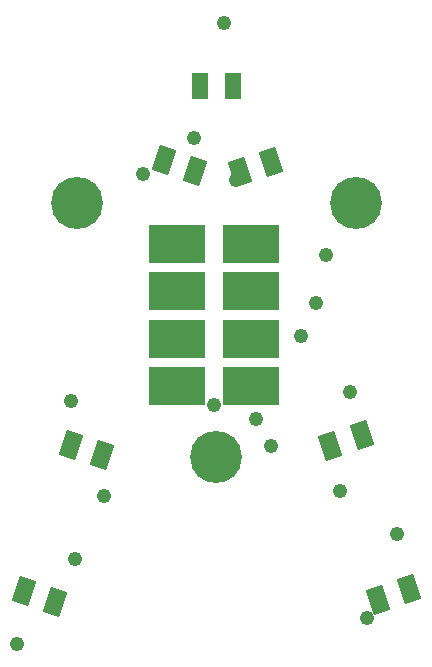
<source format=gbs>
%FSLAX25Y25*%
%MOIN*%
G70*
G01*
G75*
G04 Layer_Color=48896*
%ADD10R,0.05000X0.08000*%
%ADD11R,0.05906X0.05906*%
%ADD12P,0.08352X4X297.0*%
%ADD13P,0.08352X4X207.0*%
%ADD14R,0.05906X0.05906*%
%ADD15P,0.08352X4X63.0*%
%ADD16P,0.08352X4X153.0*%
%ADD17C,0.02500*%
%ADD18C,0.16500*%
%ADD19C,0.04000*%
%ADD20R,0.17716X0.12205*%
G04:AMPARAMS|DCode=21|XSize=80mil|YSize=50mil|CornerRadius=0mil|HoleSize=0mil|Usage=FLASHONLY|Rotation=108.000|XOffset=0mil|YOffset=0mil|HoleType=Round|Shape=Rectangle|*
%AMROTATEDRECTD21*
4,1,4,0.03614,-0.03032,-0.01142,-0.04577,-0.03614,0.03032,0.01142,0.04577,0.03614,-0.03032,0.0*
%
%ADD21ROTATEDRECTD21*%

G04:AMPARAMS|DCode=22|XSize=80mil|YSize=50mil|CornerRadius=0mil|HoleSize=0mil|Usage=FLASHONLY|Rotation=252.000|XOffset=0mil|YOffset=0mil|HoleType=Round|Shape=Rectangle|*
%AMROTATEDRECTD22*
4,1,4,-0.01142,0.04577,0.03614,0.03032,0.01142,-0.04577,-0.03614,-0.03032,-0.01142,0.04577,0.0*
%
%ADD22ROTATEDRECTD22*%

%ADD23C,0.01000*%
%ADD24C,0.01200*%
%ADD25R,0.04000X0.07000*%
%ADD26R,0.04906X0.04906*%
%ADD27P,0.06937X4X297.0*%
%ADD28P,0.06937X4X207.0*%
%ADD29R,0.04906X0.04906*%
%ADD30P,0.06937X4X63.0*%
%ADD31P,0.06937X4X153.0*%
%ADD32R,0.16716X0.11205*%
G04:AMPARAMS|DCode=33|XSize=70mil|YSize=40mil|CornerRadius=0mil|HoleSize=0mil|Usage=FLASHONLY|Rotation=108.000|XOffset=0mil|YOffset=0mil|HoleType=Round|Shape=Rectangle|*
%AMROTATEDRECTD33*
4,1,4,0.02984,-0.02711,-0.00821,-0.03947,-0.02984,0.02711,0.00821,0.03947,0.02984,-0.02711,0.0*
%
%ADD33ROTATEDRECTD33*%

G04:AMPARAMS|DCode=34|XSize=70mil|YSize=40mil|CornerRadius=0mil|HoleSize=0mil|Usage=FLASHONLY|Rotation=252.000|XOffset=0mil|YOffset=0mil|HoleType=Round|Shape=Rectangle|*
%AMROTATEDRECTD34*
4,1,4,-0.00821,0.03947,0.02984,0.02711,0.00821,-0.03947,-0.02984,-0.02711,-0.00821,0.03947,0.0*
%
%ADD34ROTATEDRECTD34*%

%ADD35R,0.05800X0.08800*%
%ADD36R,0.06706X0.06706*%
%ADD37P,0.09483X4X297.0*%
%ADD38P,0.09483X4X207.0*%
%ADD39R,0.06706X0.06706*%
%ADD40P,0.09483X4X63.0*%
%ADD41P,0.09483X4X153.0*%
%ADD42C,0.17300*%
%ADD43C,0.04800*%
%ADD44R,0.18517X0.13005*%
G04:AMPARAMS|DCode=45|XSize=88mil|YSize=58mil|CornerRadius=0mil|HoleSize=0mil|Usage=FLASHONLY|Rotation=108.000|XOffset=0mil|YOffset=0mil|HoleType=Round|Shape=Rectangle|*
%AMROTATEDRECTD45*
4,1,4,0.04118,-0.03289,-0.01398,-0.05081,-0.04118,0.03289,0.01398,0.05081,0.04118,-0.03289,0.0*
%
%ADD45ROTATEDRECTD45*%

G04:AMPARAMS|DCode=46|XSize=88mil|YSize=58mil|CornerRadius=0mil|HoleSize=0mil|Usage=FLASHONLY|Rotation=252.000|XOffset=0mil|YOffset=0mil|HoleType=Round|Shape=Rectangle|*
%AMROTATEDRECTD46*
4,1,4,-0.01398,0.05081,0.04118,0.03289,0.01398,-0.05081,-0.04118,-0.03289,-0.01398,0.05081,0.0*
%
%ADD46ROTATEDRECTD46*%

D35*
X585800Y547900D02*
D03*
X574800D02*
D03*
D42*
X533800Y509000D02*
D03*
X626800Y508900D02*
D03*
X580300Y424300D02*
D03*
D43*
X587000Y516500D02*
D03*
X630500Y370500D02*
D03*
X640500Y398500D02*
D03*
X621390Y413131D02*
D03*
X625000Y446000D02*
D03*
X532000Y443000D02*
D03*
X542684Y411187D02*
D03*
X533319Y390314D02*
D03*
X514000Y362000D02*
D03*
X556000Y518500D02*
D03*
X573000Y530500D02*
D03*
X583000Y569000D02*
D03*
X593395Y437106D02*
D03*
X617000Y491500D02*
D03*
X587500Y476000D02*
D03*
X613500Y475500D02*
D03*
X579500Y441500D02*
D03*
X563000Y463500D02*
D03*
X598500Y428000D02*
D03*
X608500Y464500D02*
D03*
D44*
X567200Y448052D02*
D03*
X591806D02*
D03*
X567200Y463800D02*
D03*
Y479548D02*
D03*
Y495296D02*
D03*
X591806Y463800D02*
D03*
Y479548D02*
D03*
Y495296D02*
D03*
D45*
X598531Y522700D02*
D03*
X634169Y376800D02*
D03*
X588069Y519300D02*
D03*
X644631Y380200D02*
D03*
X618269Y428100D02*
D03*
X628731Y431500D02*
D03*
D46*
X562869Y523200D02*
D03*
X531738Y428299D02*
D03*
X516069Y379500D02*
D03*
X526531Y376100D02*
D03*
X542200Y424900D02*
D03*
X573331Y519800D02*
D03*
M02*

</source>
